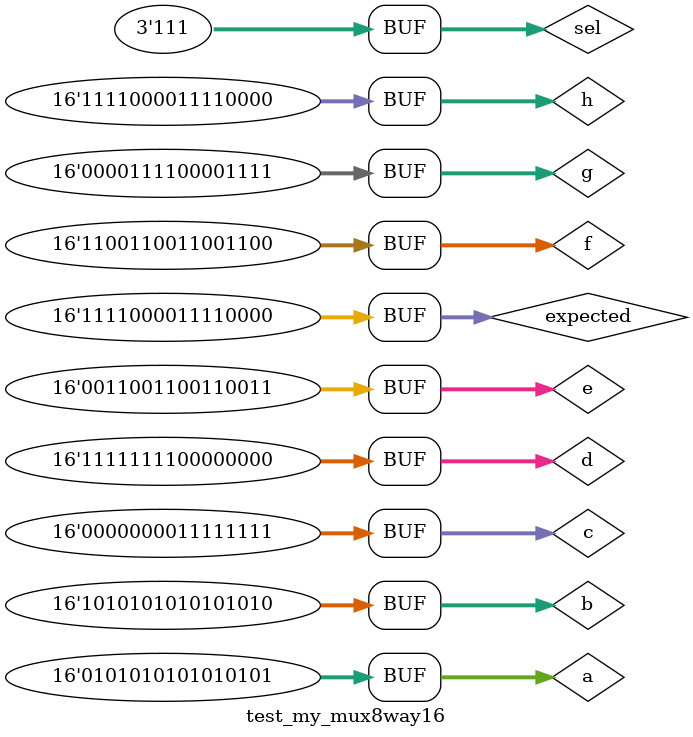
<source format=v>
`include "my_mux8way16.v"

module test_my_mux8way16();
   reg [15:0] a;
   reg [15:0] b;
   reg [15:0] c;
   reg [15:0] d;
   reg [15:0] e;
   reg [15:0] f;
   reg [15:0] g;
   reg [15:0] h;
   reg [2:0]  sel;
   reg [15:0] expected;
   
   wire [15:0] j;

   my_mux8way16 u1(j, a, b, c, d, e, f, g, h, sel);

   initial 
     begin
	a = 16'b0101010101010101;
	b = 16'b1010101010101010;
	c = 16'b0000000011111111;
	d = 16'b1111111100000000;
	e = 16'b0011001100110011;
	f = 16'b1100110011001100;
	g = 16'b0000111100001111;
	h = 16'b1111000011110000;
	sel = 3'b000;
	
	expected = 16'b0101010101010101;

	#1 
        sel = 3'b001;
	expected = 16'b1010101010101010;

	#1
        sel = 3'b010;
	expected = 16'b0000000011111111;

	#1
        sel = 3'b011;
	expected = 16'b1111111100000000;

	#1
        sel = 3'b100;
	expected = 16'b0011001100110011;

	#1
        sel = 3'b101;
	expected = 16'b1100110011001100;

	#1
        sel = 3'b110;
	expected = 16'b0000111100001111;

	#1
        sel = 3'b111;
	expected = 16'b1111000011110000;
     end

   initial
     $monitor("my_mux16 %d %b %b %b %b %b %b %b %b %b (%b %b)", $time, a, b, c, d, e, f, g, h, sel, j, expected);
   
endmodule

</source>
